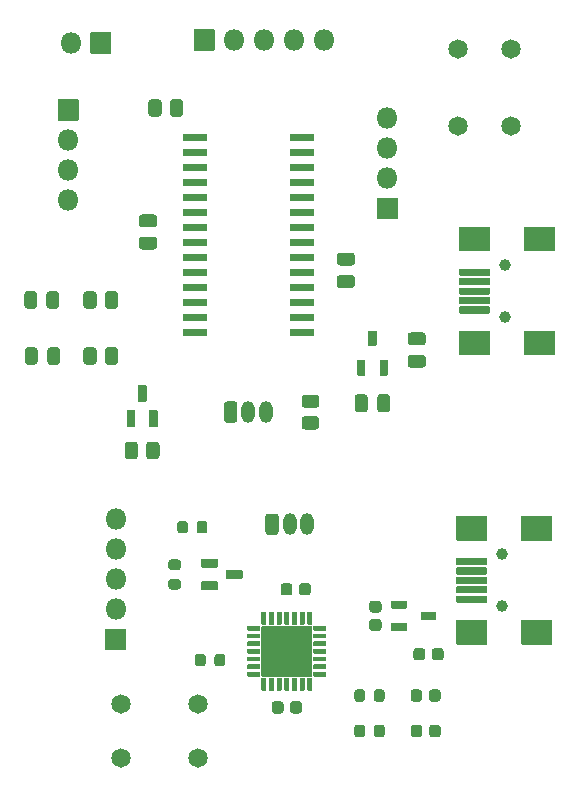
<source format=gbr>
G04 #@! TF.GenerationSoftware,KiCad,Pcbnew,(5.1.8)-1*
G04 #@! TF.CreationDate,2021-08-02T19:11:59-06:00*
G04 #@! TF.ProjectId,RCtoUSB,5243746f-5553-4422-9e6b-696361645f70,rev?*
G04 #@! TF.SameCoordinates,Original*
G04 #@! TF.FileFunction,Soldermask,Top*
G04 #@! TF.FilePolarity,Negative*
%FSLAX46Y46*%
G04 Gerber Fmt 4.6, Leading zero omitted, Abs format (unit mm)*
G04 Created by KiCad (PCBNEW (5.1.8)-1) date 2021-08-02 19:11:59*
%MOMM*%
%LPD*%
G01*
G04 APERTURE LIST*
%ADD10C,1.640000*%
%ADD11O,1.800000X1.800000*%
%ADD12O,1.130000X1.830000*%
%ADD13C,1.000000*%
G04 APERTURE END LIST*
G36*
G01*
X99125000Y-120050000D02*
X99125000Y-119450000D01*
G75*
G02*
X99350000Y-119225000I225000J0D01*
G01*
X99800000Y-119225000D01*
G75*
G02*
X100025000Y-119450000I0J-225000D01*
G01*
X100025000Y-120050000D01*
G75*
G02*
X99800000Y-120275000I-225000J0D01*
G01*
X99350000Y-120275000D01*
G75*
G02*
X99125000Y-120050000I0J225000D01*
G01*
G37*
G36*
G01*
X97475000Y-120050000D02*
X97475000Y-119450000D01*
G75*
G02*
X97700000Y-119225000I225000J0D01*
G01*
X98150000Y-119225000D01*
G75*
G02*
X98375000Y-119450000I0J-225000D01*
G01*
X98375000Y-120050000D01*
G75*
G02*
X98150000Y-120275000I-225000J0D01*
G01*
X97700000Y-120275000D01*
G75*
G02*
X97475000Y-120050000I0J225000D01*
G01*
G37*
G36*
G01*
X96875000Y-108200000D02*
X96875000Y-108800000D01*
G75*
G02*
X96650000Y-109025000I-225000J0D01*
G01*
X96200000Y-109025000D01*
G75*
G02*
X95975000Y-108800000I0J225000D01*
G01*
X95975000Y-108200000D01*
G75*
G02*
X96200000Y-107975000I225000J0D01*
G01*
X96650000Y-107975000D01*
G75*
G02*
X96875000Y-108200000I0J-225000D01*
G01*
G37*
G36*
G01*
X98525000Y-108200000D02*
X98525000Y-108800000D01*
G75*
G02*
X98300000Y-109025000I-225000J0D01*
G01*
X97850000Y-109025000D01*
G75*
G02*
X97625000Y-108800000I0J225000D01*
G01*
X97625000Y-108200000D01*
G75*
G02*
X97850000Y-107975000I225000J0D01*
G01*
X98300000Y-107975000D01*
G75*
G02*
X98525000Y-108200000I0J-225000D01*
G01*
G37*
G36*
G01*
X95450000Y-112875000D02*
X96050000Y-112875000D01*
G75*
G02*
X96275000Y-113100000I0J-225000D01*
G01*
X96275000Y-113550000D01*
G75*
G02*
X96050000Y-113775000I-225000J0D01*
G01*
X95450000Y-113775000D01*
G75*
G02*
X95225000Y-113550000I0J225000D01*
G01*
X95225000Y-113100000D01*
G75*
G02*
X95450000Y-112875000I225000J0D01*
G01*
G37*
G36*
G01*
X95450000Y-111225000D02*
X96050000Y-111225000D01*
G75*
G02*
X96275000Y-111450000I0J-225000D01*
G01*
X96275000Y-111900000D01*
G75*
G02*
X96050000Y-112125000I-225000J0D01*
G01*
X95450000Y-112125000D01*
G75*
G02*
X95225000Y-111900000I0J225000D01*
G01*
X95225000Y-111450000D01*
G75*
G02*
X95450000Y-111225000I225000J0D01*
G01*
G37*
G36*
G01*
X112625000Y-123050000D02*
X112625000Y-122450000D01*
G75*
G02*
X112850000Y-122225000I225000J0D01*
G01*
X113300000Y-122225000D01*
G75*
G02*
X113525000Y-122450000I0J-225000D01*
G01*
X113525000Y-123050000D01*
G75*
G02*
X113300000Y-123275000I-225000J0D01*
G01*
X112850000Y-123275000D01*
G75*
G02*
X112625000Y-123050000I0J225000D01*
G01*
G37*
G36*
G01*
X110975000Y-123050000D02*
X110975000Y-122450000D01*
G75*
G02*
X111200000Y-122225000I225000J0D01*
G01*
X111650000Y-122225000D01*
G75*
G02*
X111875000Y-122450000I0J-225000D01*
G01*
X111875000Y-123050000D01*
G75*
G02*
X111650000Y-123275000I-225000J0D01*
G01*
X111200000Y-123275000D01*
G75*
G02*
X110975000Y-123050000I0J225000D01*
G01*
G37*
G36*
G01*
X112625000Y-126050000D02*
X112625000Y-125450000D01*
G75*
G02*
X112850000Y-125225000I225000J0D01*
G01*
X113300000Y-125225000D01*
G75*
G02*
X113525000Y-125450000I0J-225000D01*
G01*
X113525000Y-126050000D01*
G75*
G02*
X113300000Y-126275000I-225000J0D01*
G01*
X112850000Y-126275000D01*
G75*
G02*
X112625000Y-126050000I0J225000D01*
G01*
G37*
G36*
G01*
X110975000Y-126050000D02*
X110975000Y-125450000D01*
G75*
G02*
X111200000Y-125225000I225000J0D01*
G01*
X111650000Y-125225000D01*
G75*
G02*
X111875000Y-125450000I0J-225000D01*
G01*
X111875000Y-126050000D01*
G75*
G02*
X111650000Y-126275000I-225000J0D01*
G01*
X111200000Y-126275000D01*
G75*
G02*
X110975000Y-126050000I0J225000D01*
G01*
G37*
G36*
G01*
X116700000Y-122468750D02*
X116700000Y-123031250D01*
G75*
G02*
X116456250Y-123275000I-243750J0D01*
G01*
X115968750Y-123275000D01*
G75*
G02*
X115725000Y-123031250I0J243750D01*
G01*
X115725000Y-122468750D01*
G75*
G02*
X115968750Y-122225000I243750J0D01*
G01*
X116456250Y-122225000D01*
G75*
G02*
X116700000Y-122468750I0J-243750D01*
G01*
G37*
G36*
G01*
X118275000Y-122468750D02*
X118275000Y-123031250D01*
G75*
G02*
X118031250Y-123275000I-243750J0D01*
G01*
X117543750Y-123275000D01*
G75*
G02*
X117300000Y-123031250I0J243750D01*
G01*
X117300000Y-122468750D01*
G75*
G02*
X117543750Y-122225000I243750J0D01*
G01*
X118031250Y-122225000D01*
G75*
G02*
X118275000Y-122468750I0J-243750D01*
G01*
G37*
G36*
G01*
X116700000Y-125468750D02*
X116700000Y-126031250D01*
G75*
G02*
X116456250Y-126275000I-243750J0D01*
G01*
X115968750Y-126275000D01*
G75*
G02*
X115725000Y-126031250I0J243750D01*
G01*
X115725000Y-125468750D01*
G75*
G02*
X115968750Y-125225000I243750J0D01*
G01*
X116456250Y-125225000D01*
G75*
G02*
X116700000Y-125468750I0J-243750D01*
G01*
G37*
G36*
G01*
X118275000Y-125468750D02*
X118275000Y-126031250D01*
G75*
G02*
X118031250Y-126275000I-243750J0D01*
G01*
X117543750Y-126275000D01*
G75*
G02*
X117300000Y-126031250I0J243750D01*
G01*
X117300000Y-125468750D01*
G75*
G02*
X117543750Y-125225000I243750J0D01*
G01*
X118031250Y-125225000D01*
G75*
G02*
X118275000Y-125468750I0J-243750D01*
G01*
G37*
G36*
G01*
X106275000Y-114025000D02*
X106275000Y-113475000D01*
G75*
G02*
X106525000Y-113225000I250000J0D01*
G01*
X107025000Y-113225000D01*
G75*
G02*
X107275000Y-113475000I0J-250000D01*
G01*
X107275000Y-114025000D01*
G75*
G02*
X107025000Y-114275000I-250000J0D01*
G01*
X106525000Y-114275000D01*
G75*
G02*
X106275000Y-114025000I0J250000D01*
G01*
G37*
G36*
G01*
X104725000Y-114025000D02*
X104725000Y-113475000D01*
G75*
G02*
X104975000Y-113225000I250000J0D01*
G01*
X105475000Y-113225000D01*
G75*
G02*
X105725000Y-113475000I0J-250000D01*
G01*
X105725000Y-114025000D01*
G75*
G02*
X105475000Y-114275000I-250000J0D01*
G01*
X104975000Y-114275000D01*
G75*
G02*
X104725000Y-114025000I0J250000D01*
G01*
G37*
G36*
G01*
X117525000Y-119525000D02*
X117525000Y-118975000D01*
G75*
G02*
X117775000Y-118725000I250000J0D01*
G01*
X118275000Y-118725000D01*
G75*
G02*
X118525000Y-118975000I0J-250000D01*
G01*
X118525000Y-119525000D01*
G75*
G02*
X118275000Y-119775000I-250000J0D01*
G01*
X117775000Y-119775000D01*
G75*
G02*
X117525000Y-119525000I0J250000D01*
G01*
G37*
G36*
G01*
X115975000Y-119525000D02*
X115975000Y-118975000D01*
G75*
G02*
X116225000Y-118725000I250000J0D01*
G01*
X116725000Y-118725000D01*
G75*
G02*
X116975000Y-118975000I0J-250000D01*
G01*
X116975000Y-119525000D01*
G75*
G02*
X116725000Y-119775000I-250000J0D01*
G01*
X116225000Y-119775000D01*
G75*
G02*
X115975000Y-119525000I0J250000D01*
G01*
G37*
G36*
G01*
X105525000Y-124025000D02*
X105525000Y-123475000D01*
G75*
G02*
X105775000Y-123225000I250000J0D01*
G01*
X106275000Y-123225000D01*
G75*
G02*
X106525000Y-123475000I0J-250000D01*
G01*
X106525000Y-124025000D01*
G75*
G02*
X106275000Y-124275000I-250000J0D01*
G01*
X105775000Y-124275000D01*
G75*
G02*
X105525000Y-124025000I0J250000D01*
G01*
G37*
G36*
G01*
X103975000Y-124025000D02*
X103975000Y-123475000D01*
G75*
G02*
X104225000Y-123225000I250000J0D01*
G01*
X104725000Y-123225000D01*
G75*
G02*
X104975000Y-123475000I0J-250000D01*
G01*
X104975000Y-124025000D01*
G75*
G02*
X104725000Y-124275000I-250000J0D01*
G01*
X104225000Y-124275000D01*
G75*
G02*
X103975000Y-124025000I0J250000D01*
G01*
G37*
G36*
G01*
X113025000Y-115725000D02*
X112475000Y-115725000D01*
G75*
G02*
X112225000Y-115475000I0J250000D01*
G01*
X112225000Y-114975000D01*
G75*
G02*
X112475000Y-114725000I250000J0D01*
G01*
X113025000Y-114725000D01*
G75*
G02*
X113275000Y-114975000I0J-250000D01*
G01*
X113275000Y-115475000D01*
G75*
G02*
X113025000Y-115725000I-250000J0D01*
G01*
G37*
G36*
G01*
X113025000Y-117275000D02*
X112475000Y-117275000D01*
G75*
G02*
X112225000Y-117025000I0J250000D01*
G01*
X112225000Y-116525000D01*
G75*
G02*
X112475000Y-116275000I250000J0D01*
G01*
X113025000Y-116275000D01*
G75*
G02*
X113275000Y-116525000I0J-250000D01*
G01*
X113275000Y-117025000D01*
G75*
G02*
X113025000Y-117275000I-250000J0D01*
G01*
G37*
G36*
G01*
X107345500Y-121145500D02*
X103154500Y-121145500D01*
G75*
G02*
X103104500Y-121095500I0J50000D01*
G01*
X103104500Y-116904500D01*
G75*
G02*
X103154500Y-116854500I50000J0D01*
G01*
X107345500Y-116854500D01*
G75*
G02*
X107395500Y-116904500I0J-50000D01*
G01*
X107395500Y-121095500D01*
G75*
G02*
X107345500Y-121145500I-50000J0D01*
G01*
G37*
G36*
G01*
X102964000Y-121152399D02*
X101948000Y-121152399D01*
G75*
G02*
X101898000Y-121102399I0J50000D01*
G01*
X101898000Y-120797599D01*
G75*
G02*
X101948000Y-120747599I50000J0D01*
G01*
X102964000Y-120747599D01*
G75*
G02*
X103014000Y-120797599I0J-50000D01*
G01*
X103014000Y-121102399D01*
G75*
G02*
X102964000Y-121152399I-50000J0D01*
G01*
G37*
G36*
G01*
X102964000Y-120502400D02*
X101948000Y-120502400D01*
G75*
G02*
X101898000Y-120452400I0J50000D01*
G01*
X101898000Y-120147600D01*
G75*
G02*
X101948000Y-120097600I50000J0D01*
G01*
X102964000Y-120097600D01*
G75*
G02*
X103014000Y-120147600I0J-50000D01*
G01*
X103014000Y-120452400D01*
G75*
G02*
X102964000Y-120502400I-50000J0D01*
G01*
G37*
G36*
G01*
X102964000Y-119852399D02*
X101948000Y-119852399D01*
G75*
G02*
X101898000Y-119802399I0J50000D01*
G01*
X101898000Y-119497599D01*
G75*
G02*
X101948000Y-119447599I50000J0D01*
G01*
X102964000Y-119447599D01*
G75*
G02*
X103014000Y-119497599I0J-50000D01*
G01*
X103014000Y-119802399D01*
G75*
G02*
X102964000Y-119852399I-50000J0D01*
G01*
G37*
G36*
G01*
X102964000Y-119202400D02*
X101948000Y-119202400D01*
G75*
G02*
X101898000Y-119152400I0J50000D01*
G01*
X101898000Y-118847600D01*
G75*
G02*
X101948000Y-118797600I50000J0D01*
G01*
X102964000Y-118797600D01*
G75*
G02*
X103014000Y-118847600I0J-50000D01*
G01*
X103014000Y-119152400D01*
G75*
G02*
X102964000Y-119202400I-50000J0D01*
G01*
G37*
G36*
G01*
X102964000Y-118552399D02*
X101948000Y-118552399D01*
G75*
G02*
X101898000Y-118502399I0J50000D01*
G01*
X101898000Y-118197599D01*
G75*
G02*
X101948000Y-118147599I50000J0D01*
G01*
X102964000Y-118147599D01*
G75*
G02*
X103014000Y-118197599I0J-50000D01*
G01*
X103014000Y-118502399D01*
G75*
G02*
X102964000Y-118552399I-50000J0D01*
G01*
G37*
G36*
G01*
X102964000Y-117902400D02*
X101948000Y-117902400D01*
G75*
G02*
X101898000Y-117852400I0J50000D01*
G01*
X101898000Y-117547600D01*
G75*
G02*
X101948000Y-117497600I50000J0D01*
G01*
X102964000Y-117497600D01*
G75*
G02*
X103014000Y-117547600I0J-50000D01*
G01*
X103014000Y-117852400D01*
G75*
G02*
X102964000Y-117902400I-50000J0D01*
G01*
G37*
G36*
G01*
X102964000Y-117252399D02*
X101948000Y-117252399D01*
G75*
G02*
X101898000Y-117202399I0J50000D01*
G01*
X101898000Y-116897599D01*
G75*
G02*
X101948000Y-116847599I50000J0D01*
G01*
X102964000Y-116847599D01*
G75*
G02*
X103014000Y-116897599I0J-50000D01*
G01*
X103014000Y-117202399D01*
G75*
G02*
X102964000Y-117252399I-50000J0D01*
G01*
G37*
G36*
G01*
X103502401Y-115698000D02*
X103502401Y-116714000D01*
G75*
G02*
X103452401Y-116764000I-50000J0D01*
G01*
X103147601Y-116764000D01*
G75*
G02*
X103097601Y-116714000I0J50000D01*
G01*
X103097601Y-115698000D01*
G75*
G02*
X103147601Y-115648000I50000J0D01*
G01*
X103452401Y-115648000D01*
G75*
G02*
X103502401Y-115698000I0J-50000D01*
G01*
G37*
G36*
G01*
X104152400Y-115698000D02*
X104152400Y-116714000D01*
G75*
G02*
X104102400Y-116764000I-50000J0D01*
G01*
X103797600Y-116764000D01*
G75*
G02*
X103747600Y-116714000I0J50000D01*
G01*
X103747600Y-115698000D01*
G75*
G02*
X103797600Y-115648000I50000J0D01*
G01*
X104102400Y-115648000D01*
G75*
G02*
X104152400Y-115698000I0J-50000D01*
G01*
G37*
G36*
G01*
X104802401Y-115698000D02*
X104802401Y-116714000D01*
G75*
G02*
X104752401Y-116764000I-50000J0D01*
G01*
X104447601Y-116764000D01*
G75*
G02*
X104397601Y-116714000I0J50000D01*
G01*
X104397601Y-115698000D01*
G75*
G02*
X104447601Y-115648000I50000J0D01*
G01*
X104752401Y-115648000D01*
G75*
G02*
X104802401Y-115698000I0J-50000D01*
G01*
G37*
G36*
G01*
X105452400Y-115698000D02*
X105452400Y-116714000D01*
G75*
G02*
X105402400Y-116764000I-50000J0D01*
G01*
X105097600Y-116764000D01*
G75*
G02*
X105047600Y-116714000I0J50000D01*
G01*
X105047600Y-115698000D01*
G75*
G02*
X105097600Y-115648000I50000J0D01*
G01*
X105402400Y-115648000D01*
G75*
G02*
X105452400Y-115698000I0J-50000D01*
G01*
G37*
G36*
G01*
X106102401Y-115698000D02*
X106102401Y-116714000D01*
G75*
G02*
X106052401Y-116764000I-50000J0D01*
G01*
X105747601Y-116764000D01*
G75*
G02*
X105697601Y-116714000I0J50000D01*
G01*
X105697601Y-115698000D01*
G75*
G02*
X105747601Y-115648000I50000J0D01*
G01*
X106052401Y-115648000D01*
G75*
G02*
X106102401Y-115698000I0J-50000D01*
G01*
G37*
G36*
G01*
X106752400Y-115698000D02*
X106752400Y-116714000D01*
G75*
G02*
X106702400Y-116764000I-50000J0D01*
G01*
X106397600Y-116764000D01*
G75*
G02*
X106347600Y-116714000I0J50000D01*
G01*
X106347600Y-115698000D01*
G75*
G02*
X106397600Y-115648000I50000J0D01*
G01*
X106702400Y-115648000D01*
G75*
G02*
X106752400Y-115698000I0J-50000D01*
G01*
G37*
G36*
G01*
X107402401Y-115698000D02*
X107402401Y-116714000D01*
G75*
G02*
X107352401Y-116764000I-50000J0D01*
G01*
X107047601Y-116764000D01*
G75*
G02*
X106997601Y-116714000I0J50000D01*
G01*
X106997601Y-115698000D01*
G75*
G02*
X107047601Y-115648000I50000J0D01*
G01*
X107352401Y-115648000D01*
G75*
G02*
X107402401Y-115698000I0J-50000D01*
G01*
G37*
G36*
G01*
X108552000Y-117252401D02*
X107536000Y-117252401D01*
G75*
G02*
X107486000Y-117202401I0J50000D01*
G01*
X107486000Y-116897601D01*
G75*
G02*
X107536000Y-116847601I50000J0D01*
G01*
X108552000Y-116847601D01*
G75*
G02*
X108602000Y-116897601I0J-50000D01*
G01*
X108602000Y-117202401D01*
G75*
G02*
X108552000Y-117252401I-50000J0D01*
G01*
G37*
G36*
G01*
X108552000Y-117902400D02*
X107536000Y-117902400D01*
G75*
G02*
X107486000Y-117852400I0J50000D01*
G01*
X107486000Y-117547600D01*
G75*
G02*
X107536000Y-117497600I50000J0D01*
G01*
X108552000Y-117497600D01*
G75*
G02*
X108602000Y-117547600I0J-50000D01*
G01*
X108602000Y-117852400D01*
G75*
G02*
X108552000Y-117902400I-50000J0D01*
G01*
G37*
G36*
G01*
X108552000Y-118552401D02*
X107536000Y-118552401D01*
G75*
G02*
X107486000Y-118502401I0J50000D01*
G01*
X107486000Y-118197601D01*
G75*
G02*
X107536000Y-118147601I50000J0D01*
G01*
X108552000Y-118147601D01*
G75*
G02*
X108602000Y-118197601I0J-50000D01*
G01*
X108602000Y-118502401D01*
G75*
G02*
X108552000Y-118552401I-50000J0D01*
G01*
G37*
G36*
G01*
X108552000Y-119202400D02*
X107536000Y-119202400D01*
G75*
G02*
X107486000Y-119152400I0J50000D01*
G01*
X107486000Y-118847600D01*
G75*
G02*
X107536000Y-118797600I50000J0D01*
G01*
X108552000Y-118797600D01*
G75*
G02*
X108602000Y-118847600I0J-50000D01*
G01*
X108602000Y-119152400D01*
G75*
G02*
X108552000Y-119202400I-50000J0D01*
G01*
G37*
G36*
G01*
X108552000Y-119852401D02*
X107536000Y-119852401D01*
G75*
G02*
X107486000Y-119802401I0J50000D01*
G01*
X107486000Y-119497601D01*
G75*
G02*
X107536000Y-119447601I50000J0D01*
G01*
X108552000Y-119447601D01*
G75*
G02*
X108602000Y-119497601I0J-50000D01*
G01*
X108602000Y-119802401D01*
G75*
G02*
X108552000Y-119852401I-50000J0D01*
G01*
G37*
G36*
G01*
X108552000Y-120502400D02*
X107536000Y-120502400D01*
G75*
G02*
X107486000Y-120452400I0J50000D01*
G01*
X107486000Y-120147600D01*
G75*
G02*
X107536000Y-120097600I50000J0D01*
G01*
X108552000Y-120097600D01*
G75*
G02*
X108602000Y-120147600I0J-50000D01*
G01*
X108602000Y-120452400D01*
G75*
G02*
X108552000Y-120502400I-50000J0D01*
G01*
G37*
G36*
G01*
X108552000Y-121152401D02*
X107536000Y-121152401D01*
G75*
G02*
X107486000Y-121102401I0J50000D01*
G01*
X107486000Y-120797601D01*
G75*
G02*
X107536000Y-120747601I50000J0D01*
G01*
X108552000Y-120747601D01*
G75*
G02*
X108602000Y-120797601I0J-50000D01*
G01*
X108602000Y-121102401D01*
G75*
G02*
X108552000Y-121152401I-50000J0D01*
G01*
G37*
G36*
G01*
X107402399Y-121286000D02*
X107402399Y-122302000D01*
G75*
G02*
X107352399Y-122352000I-50000J0D01*
G01*
X107047599Y-122352000D01*
G75*
G02*
X106997599Y-122302000I0J50000D01*
G01*
X106997599Y-121286000D01*
G75*
G02*
X107047599Y-121236000I50000J0D01*
G01*
X107352399Y-121236000D01*
G75*
G02*
X107402399Y-121286000I0J-50000D01*
G01*
G37*
G36*
G01*
X106752400Y-121286000D02*
X106752400Y-122302000D01*
G75*
G02*
X106702400Y-122352000I-50000J0D01*
G01*
X106397600Y-122352000D01*
G75*
G02*
X106347600Y-122302000I0J50000D01*
G01*
X106347600Y-121286000D01*
G75*
G02*
X106397600Y-121236000I50000J0D01*
G01*
X106702400Y-121236000D01*
G75*
G02*
X106752400Y-121286000I0J-50000D01*
G01*
G37*
G36*
G01*
X106102399Y-121286000D02*
X106102399Y-122302000D01*
G75*
G02*
X106052399Y-122352000I-50000J0D01*
G01*
X105747599Y-122352000D01*
G75*
G02*
X105697599Y-122302000I0J50000D01*
G01*
X105697599Y-121286000D01*
G75*
G02*
X105747599Y-121236000I50000J0D01*
G01*
X106052399Y-121236000D01*
G75*
G02*
X106102399Y-121286000I0J-50000D01*
G01*
G37*
G36*
G01*
X105452400Y-121286000D02*
X105452400Y-122302000D01*
G75*
G02*
X105402400Y-122352000I-50000J0D01*
G01*
X105097600Y-122352000D01*
G75*
G02*
X105047600Y-122302000I0J50000D01*
G01*
X105047600Y-121286000D01*
G75*
G02*
X105097600Y-121236000I50000J0D01*
G01*
X105402400Y-121236000D01*
G75*
G02*
X105452400Y-121286000I0J-50000D01*
G01*
G37*
G36*
G01*
X104802401Y-121286000D02*
X104802401Y-122302000D01*
G75*
G02*
X104752401Y-122352000I-50000J0D01*
G01*
X104447601Y-122352000D01*
G75*
G02*
X104397601Y-122302000I0J50000D01*
G01*
X104397601Y-121286000D01*
G75*
G02*
X104447601Y-121236000I50000J0D01*
G01*
X104752401Y-121236000D01*
G75*
G02*
X104802401Y-121286000I0J-50000D01*
G01*
G37*
G36*
G01*
X104152400Y-121286000D02*
X104152400Y-122302000D01*
G75*
G02*
X104102400Y-122352000I-50000J0D01*
G01*
X103797600Y-122352000D01*
G75*
G02*
X103747600Y-122302000I0J50000D01*
G01*
X103747600Y-121286000D01*
G75*
G02*
X103797600Y-121236000I50000J0D01*
G01*
X104102400Y-121236000D01*
G75*
G02*
X104152400Y-121286000I0J-50000D01*
G01*
G37*
G36*
G01*
X103502399Y-121286000D02*
X103502399Y-122302000D01*
G75*
G02*
X103452399Y-122352000I-50000J0D01*
G01*
X103147599Y-122352000D01*
G75*
G02*
X103097599Y-122302000I0J50000D01*
G01*
X103097599Y-121286000D01*
G75*
G02*
X103147599Y-121236000I50000J0D01*
G01*
X103452399Y-121236000D01*
G75*
G02*
X103502399Y-121286000I0J-50000D01*
G01*
G37*
G36*
G01*
X117850000Y-116350000D02*
X116650000Y-116350000D01*
G75*
G02*
X116600000Y-116300000I0J50000D01*
G01*
X116600000Y-115700000D01*
G75*
G02*
X116650000Y-115650000I50000J0D01*
G01*
X117850000Y-115650000D01*
G75*
G02*
X117900000Y-115700000I0J-50000D01*
G01*
X117900000Y-116300000D01*
G75*
G02*
X117850000Y-116350000I-50000J0D01*
G01*
G37*
G36*
G01*
X115350000Y-117300000D02*
X114150000Y-117300000D01*
G75*
G02*
X114100000Y-117250000I0J50000D01*
G01*
X114100000Y-116650000D01*
G75*
G02*
X114150000Y-116600000I50000J0D01*
G01*
X115350000Y-116600000D01*
G75*
G02*
X115400000Y-116650000I0J-50000D01*
G01*
X115400000Y-117250000D01*
G75*
G02*
X115350000Y-117300000I-50000J0D01*
G01*
G37*
G36*
G01*
X115350000Y-115400000D02*
X114150000Y-115400000D01*
G75*
G02*
X114100000Y-115350000I0J50000D01*
G01*
X114100000Y-114750000D01*
G75*
G02*
X114150000Y-114700000I50000J0D01*
G01*
X115350000Y-114700000D01*
G75*
G02*
X115400000Y-114750000I0J-50000D01*
G01*
X115400000Y-115350000D01*
G75*
G02*
X115350000Y-115400000I-50000J0D01*
G01*
G37*
G36*
G01*
X105480600Y-75774401D02*
X105480600Y-75215599D01*
G75*
G02*
X105530599Y-75165600I49999J0D01*
G01*
X107511801Y-75165600D01*
G75*
G02*
X107561800Y-75215599I0J-49999D01*
G01*
X107561800Y-75774401D01*
G75*
G02*
X107511801Y-75824400I-49999J0D01*
G01*
X105530599Y-75824400D01*
G75*
G02*
X105480600Y-75774401I0J49999D01*
G01*
G37*
G36*
G01*
X105480600Y-77044401D02*
X105480600Y-76485599D01*
G75*
G02*
X105530599Y-76435600I49999J0D01*
G01*
X107511801Y-76435600D01*
G75*
G02*
X107561800Y-76485599I0J-49999D01*
G01*
X107561800Y-77044401D01*
G75*
G02*
X107511801Y-77094400I-49999J0D01*
G01*
X105530599Y-77094400D01*
G75*
G02*
X105480600Y-77044401I0J49999D01*
G01*
G37*
G36*
G01*
X105480600Y-78314401D02*
X105480600Y-77755599D01*
G75*
G02*
X105530599Y-77705600I49999J0D01*
G01*
X107511801Y-77705600D01*
G75*
G02*
X107561800Y-77755599I0J-49999D01*
G01*
X107561800Y-78314401D01*
G75*
G02*
X107511801Y-78364400I-49999J0D01*
G01*
X105530599Y-78364400D01*
G75*
G02*
X105480600Y-78314401I0J49999D01*
G01*
G37*
G36*
G01*
X105480600Y-79584401D02*
X105480600Y-79025599D01*
G75*
G02*
X105530599Y-78975600I49999J0D01*
G01*
X107511801Y-78975600D01*
G75*
G02*
X107561800Y-79025599I0J-49999D01*
G01*
X107561800Y-79584401D01*
G75*
G02*
X107511801Y-79634400I-49999J0D01*
G01*
X105530599Y-79634400D01*
G75*
G02*
X105480600Y-79584401I0J49999D01*
G01*
G37*
G36*
G01*
X105480600Y-80854401D02*
X105480600Y-80295599D01*
G75*
G02*
X105530599Y-80245600I49999J0D01*
G01*
X107511801Y-80245600D01*
G75*
G02*
X107561800Y-80295599I0J-49999D01*
G01*
X107561800Y-80854401D01*
G75*
G02*
X107511801Y-80904400I-49999J0D01*
G01*
X105530599Y-80904400D01*
G75*
G02*
X105480600Y-80854401I0J49999D01*
G01*
G37*
G36*
G01*
X105480600Y-82124401D02*
X105480600Y-81565599D01*
G75*
G02*
X105530599Y-81515600I49999J0D01*
G01*
X107511801Y-81515600D01*
G75*
G02*
X107561800Y-81565599I0J-49999D01*
G01*
X107561800Y-82124401D01*
G75*
G02*
X107511801Y-82174400I-49999J0D01*
G01*
X105530599Y-82174400D01*
G75*
G02*
X105480600Y-82124401I0J49999D01*
G01*
G37*
G36*
G01*
X105480600Y-83394401D02*
X105480600Y-82835599D01*
G75*
G02*
X105530599Y-82785600I49999J0D01*
G01*
X107511801Y-82785600D01*
G75*
G02*
X107561800Y-82835599I0J-49999D01*
G01*
X107561800Y-83394401D01*
G75*
G02*
X107511801Y-83444400I-49999J0D01*
G01*
X105530599Y-83444400D01*
G75*
G02*
X105480600Y-83394401I0J49999D01*
G01*
G37*
G36*
G01*
X105480600Y-84664401D02*
X105480600Y-84105599D01*
G75*
G02*
X105530599Y-84055600I49999J0D01*
G01*
X107511801Y-84055600D01*
G75*
G02*
X107561800Y-84105599I0J-49999D01*
G01*
X107561800Y-84664401D01*
G75*
G02*
X107511801Y-84714400I-49999J0D01*
G01*
X105530599Y-84714400D01*
G75*
G02*
X105480600Y-84664401I0J49999D01*
G01*
G37*
G36*
G01*
X105480600Y-85934401D02*
X105480600Y-85375599D01*
G75*
G02*
X105530599Y-85325600I49999J0D01*
G01*
X107511801Y-85325600D01*
G75*
G02*
X107561800Y-85375599I0J-49999D01*
G01*
X107561800Y-85934401D01*
G75*
G02*
X107511801Y-85984400I-49999J0D01*
G01*
X105530599Y-85984400D01*
G75*
G02*
X105480600Y-85934401I0J49999D01*
G01*
G37*
G36*
G01*
X105480600Y-87204401D02*
X105480600Y-86645599D01*
G75*
G02*
X105530599Y-86595600I49999J0D01*
G01*
X107511801Y-86595600D01*
G75*
G02*
X107561800Y-86645599I0J-49999D01*
G01*
X107561800Y-87204401D01*
G75*
G02*
X107511801Y-87254400I-49999J0D01*
G01*
X105530599Y-87254400D01*
G75*
G02*
X105480600Y-87204401I0J49999D01*
G01*
G37*
G36*
G01*
X105480600Y-88474401D02*
X105480600Y-87915599D01*
G75*
G02*
X105530599Y-87865600I49999J0D01*
G01*
X107511801Y-87865600D01*
G75*
G02*
X107561800Y-87915599I0J-49999D01*
G01*
X107561800Y-88474401D01*
G75*
G02*
X107511801Y-88524400I-49999J0D01*
G01*
X105530599Y-88524400D01*
G75*
G02*
X105480600Y-88474401I0J49999D01*
G01*
G37*
G36*
G01*
X105480600Y-89744401D02*
X105480600Y-89185599D01*
G75*
G02*
X105530599Y-89135600I49999J0D01*
G01*
X107511801Y-89135600D01*
G75*
G02*
X107561800Y-89185599I0J-49999D01*
G01*
X107561800Y-89744401D01*
G75*
G02*
X107511801Y-89794400I-49999J0D01*
G01*
X105530599Y-89794400D01*
G75*
G02*
X105480600Y-89744401I0J49999D01*
G01*
G37*
G36*
G01*
X105480600Y-91014401D02*
X105480600Y-90455599D01*
G75*
G02*
X105530599Y-90405600I49999J0D01*
G01*
X107511801Y-90405600D01*
G75*
G02*
X107561800Y-90455599I0J-49999D01*
G01*
X107561800Y-91014401D01*
G75*
G02*
X107511801Y-91064400I-49999J0D01*
G01*
X105530599Y-91064400D01*
G75*
G02*
X105480600Y-91014401I0J49999D01*
G01*
G37*
G36*
G01*
X105480600Y-92284401D02*
X105480600Y-91725599D01*
G75*
G02*
X105530599Y-91675600I49999J0D01*
G01*
X107511801Y-91675600D01*
G75*
G02*
X107561800Y-91725599I0J-49999D01*
G01*
X107561800Y-92284401D01*
G75*
G02*
X107511801Y-92334400I-49999J0D01*
G01*
X105530599Y-92334400D01*
G75*
G02*
X105480600Y-92284401I0J49999D01*
G01*
G37*
G36*
G01*
X96438200Y-92284401D02*
X96438200Y-91725599D01*
G75*
G02*
X96488199Y-91675600I49999J0D01*
G01*
X98469401Y-91675600D01*
G75*
G02*
X98519400Y-91725599I0J-49999D01*
G01*
X98519400Y-92284401D01*
G75*
G02*
X98469401Y-92334400I-49999J0D01*
G01*
X96488199Y-92334400D01*
G75*
G02*
X96438200Y-92284401I0J49999D01*
G01*
G37*
G36*
G01*
X96438200Y-91014401D02*
X96438200Y-90455599D01*
G75*
G02*
X96488199Y-90405600I49999J0D01*
G01*
X98469401Y-90405600D01*
G75*
G02*
X98519400Y-90455599I0J-49999D01*
G01*
X98519400Y-91014401D01*
G75*
G02*
X98469401Y-91064400I-49999J0D01*
G01*
X96488199Y-91064400D01*
G75*
G02*
X96438200Y-91014401I0J49999D01*
G01*
G37*
G36*
G01*
X96438200Y-89744401D02*
X96438200Y-89185599D01*
G75*
G02*
X96488199Y-89135600I49999J0D01*
G01*
X98469401Y-89135600D01*
G75*
G02*
X98519400Y-89185599I0J-49999D01*
G01*
X98519400Y-89744401D01*
G75*
G02*
X98469401Y-89794400I-49999J0D01*
G01*
X96488199Y-89794400D01*
G75*
G02*
X96438200Y-89744401I0J49999D01*
G01*
G37*
G36*
G01*
X96438200Y-88474401D02*
X96438200Y-87915599D01*
G75*
G02*
X96488199Y-87865600I49999J0D01*
G01*
X98469401Y-87865600D01*
G75*
G02*
X98519400Y-87915599I0J-49999D01*
G01*
X98519400Y-88474401D01*
G75*
G02*
X98469401Y-88524400I-49999J0D01*
G01*
X96488199Y-88524400D01*
G75*
G02*
X96438200Y-88474401I0J49999D01*
G01*
G37*
G36*
G01*
X96438200Y-87204401D02*
X96438200Y-86645599D01*
G75*
G02*
X96488199Y-86595600I49999J0D01*
G01*
X98469401Y-86595600D01*
G75*
G02*
X98519400Y-86645599I0J-49999D01*
G01*
X98519400Y-87204401D01*
G75*
G02*
X98469401Y-87254400I-49999J0D01*
G01*
X96488199Y-87254400D01*
G75*
G02*
X96438200Y-87204401I0J49999D01*
G01*
G37*
G36*
G01*
X96438200Y-85934401D02*
X96438200Y-85375599D01*
G75*
G02*
X96488199Y-85325600I49999J0D01*
G01*
X98469401Y-85325600D01*
G75*
G02*
X98519400Y-85375599I0J-49999D01*
G01*
X98519400Y-85934401D01*
G75*
G02*
X98469401Y-85984400I-49999J0D01*
G01*
X96488199Y-85984400D01*
G75*
G02*
X96438200Y-85934401I0J49999D01*
G01*
G37*
G36*
G01*
X96438200Y-84664401D02*
X96438200Y-84105599D01*
G75*
G02*
X96488199Y-84055600I49999J0D01*
G01*
X98469401Y-84055600D01*
G75*
G02*
X98519400Y-84105599I0J-49999D01*
G01*
X98519400Y-84664401D01*
G75*
G02*
X98469401Y-84714400I-49999J0D01*
G01*
X96488199Y-84714400D01*
G75*
G02*
X96438200Y-84664401I0J49999D01*
G01*
G37*
G36*
G01*
X96438200Y-83394401D02*
X96438200Y-82835599D01*
G75*
G02*
X96488199Y-82785600I49999J0D01*
G01*
X98469401Y-82785600D01*
G75*
G02*
X98519400Y-82835599I0J-49999D01*
G01*
X98519400Y-83394401D01*
G75*
G02*
X98469401Y-83444400I-49999J0D01*
G01*
X96488199Y-83444400D01*
G75*
G02*
X96438200Y-83394401I0J49999D01*
G01*
G37*
G36*
G01*
X96438200Y-82124401D02*
X96438200Y-81565599D01*
G75*
G02*
X96488199Y-81515600I49999J0D01*
G01*
X98469401Y-81515600D01*
G75*
G02*
X98519400Y-81565599I0J-49999D01*
G01*
X98519400Y-82124401D01*
G75*
G02*
X98469401Y-82174400I-49999J0D01*
G01*
X96488199Y-82174400D01*
G75*
G02*
X96438200Y-82124401I0J49999D01*
G01*
G37*
G36*
G01*
X96438200Y-80854401D02*
X96438200Y-80295599D01*
G75*
G02*
X96488199Y-80245600I49999J0D01*
G01*
X98469401Y-80245600D01*
G75*
G02*
X98519400Y-80295599I0J-49999D01*
G01*
X98519400Y-80854401D01*
G75*
G02*
X98469401Y-80904400I-49999J0D01*
G01*
X96488199Y-80904400D01*
G75*
G02*
X96438200Y-80854401I0J49999D01*
G01*
G37*
G36*
G01*
X96438200Y-79584401D02*
X96438200Y-79025599D01*
G75*
G02*
X96488199Y-78975600I49999J0D01*
G01*
X98469401Y-78975600D01*
G75*
G02*
X98519400Y-79025599I0J-49999D01*
G01*
X98519400Y-79584401D01*
G75*
G02*
X98469401Y-79634400I-49999J0D01*
G01*
X96488199Y-79634400D01*
G75*
G02*
X96438200Y-79584401I0J49999D01*
G01*
G37*
G36*
G01*
X96438200Y-78314401D02*
X96438200Y-77755599D01*
G75*
G02*
X96488199Y-77705600I49999J0D01*
G01*
X98469401Y-77705600D01*
G75*
G02*
X98519400Y-77755599I0J-49999D01*
G01*
X98519400Y-78314401D01*
G75*
G02*
X98469401Y-78364400I-49999J0D01*
G01*
X96488199Y-78364400D01*
G75*
G02*
X96438200Y-78314401I0J49999D01*
G01*
G37*
G36*
G01*
X96438200Y-77044401D02*
X96438200Y-76485599D01*
G75*
G02*
X96488199Y-76435600I49999J0D01*
G01*
X98469401Y-76435600D01*
G75*
G02*
X98519400Y-76485599I0J-49999D01*
G01*
X98519400Y-77044401D01*
G75*
G02*
X98469401Y-77094400I-49999J0D01*
G01*
X96488199Y-77094400D01*
G75*
G02*
X96438200Y-77044401I0J49999D01*
G01*
G37*
G36*
G01*
X96438200Y-75774401D02*
X96438200Y-75215599D01*
G75*
G02*
X96488199Y-75165600I49999J0D01*
G01*
X98469401Y-75165600D01*
G75*
G02*
X98519400Y-75215599I0J-49999D01*
G01*
X98519400Y-75774401D01*
G75*
G02*
X98469401Y-75824400I-49999J0D01*
G01*
X96488199Y-75824400D01*
G75*
G02*
X96438200Y-75774401I0J49999D01*
G01*
G37*
G36*
G01*
X112850000Y-91900000D02*
X112850000Y-93100000D01*
G75*
G02*
X112800000Y-93150000I-50000J0D01*
G01*
X112200000Y-93150000D01*
G75*
G02*
X112150000Y-93100000I0J50000D01*
G01*
X112150000Y-91900000D01*
G75*
G02*
X112200000Y-91850000I50000J0D01*
G01*
X112800000Y-91850000D01*
G75*
G02*
X112850000Y-91900000I0J-50000D01*
G01*
G37*
G36*
G01*
X113800000Y-94400000D02*
X113800000Y-95600000D01*
G75*
G02*
X113750000Y-95650000I-50000J0D01*
G01*
X113150000Y-95650000D01*
G75*
G02*
X113100000Y-95600000I0J50000D01*
G01*
X113100000Y-94400000D01*
G75*
G02*
X113150000Y-94350000I50000J0D01*
G01*
X113750000Y-94350000D01*
G75*
G02*
X113800000Y-94400000I0J-50000D01*
G01*
G37*
G36*
G01*
X111900000Y-94400000D02*
X111900000Y-95600000D01*
G75*
G02*
X111850000Y-95650000I-50000J0D01*
G01*
X111250000Y-95650000D01*
G75*
G02*
X111200000Y-95600000I0J50000D01*
G01*
X111200000Y-94400000D01*
G75*
G02*
X111250000Y-94350000I50000J0D01*
G01*
X111850000Y-94350000D01*
G75*
G02*
X111900000Y-94400000I0J-50000D01*
G01*
G37*
D10*
X91250000Y-123500000D03*
X97750000Y-123500000D03*
X91250000Y-128000000D03*
X97750000Y-128000000D03*
X119750000Y-74500000D03*
X119750000Y-68000000D03*
X124250000Y-74500000D03*
X124250000Y-68000000D03*
G36*
G01*
X107725612Y-98400000D02*
X106774388Y-98400000D01*
G75*
G02*
X106500000Y-98125612I0J274388D01*
G01*
X106500000Y-97549388D01*
G75*
G02*
X106774388Y-97275000I274388J0D01*
G01*
X107725612Y-97275000D01*
G75*
G02*
X108000000Y-97549388I0J-274388D01*
G01*
X108000000Y-98125612D01*
G75*
G02*
X107725612Y-98400000I-274388J0D01*
G01*
G37*
G36*
G01*
X107725612Y-100225000D02*
X106774388Y-100225000D01*
G75*
G02*
X106500000Y-99950612I0J274388D01*
G01*
X106500000Y-99374388D01*
G75*
G02*
X106774388Y-99100000I274388J0D01*
G01*
X107725612Y-99100000D01*
G75*
G02*
X108000000Y-99374388I0J-274388D01*
G01*
X108000000Y-99950612D01*
G75*
G02*
X107725612Y-100225000I-274388J0D01*
G01*
G37*
G36*
G01*
X93350000Y-102475612D02*
X93350000Y-101524388D01*
G75*
G02*
X93624388Y-101250000I274388J0D01*
G01*
X94200612Y-101250000D01*
G75*
G02*
X94475000Y-101524388I0J-274388D01*
G01*
X94475000Y-102475612D01*
G75*
G02*
X94200612Y-102750000I-274388J0D01*
G01*
X93624388Y-102750000D01*
G75*
G02*
X93350000Y-102475612I0J274388D01*
G01*
G37*
G36*
G01*
X91525000Y-102475612D02*
X91525000Y-101524388D01*
G75*
G02*
X91799388Y-101250000I274388J0D01*
G01*
X92375612Y-101250000D01*
G75*
G02*
X92650000Y-101524388I0J-274388D01*
G01*
X92650000Y-102475612D01*
G75*
G02*
X92375612Y-102750000I-274388J0D01*
G01*
X91799388Y-102750000D01*
G75*
G02*
X91525000Y-102475612I0J274388D01*
G01*
G37*
G36*
G01*
X94650000Y-72524388D02*
X94650000Y-73475612D01*
G75*
G02*
X94375612Y-73750000I-274388J0D01*
G01*
X93799388Y-73750000D01*
G75*
G02*
X93525000Y-73475612I0J274388D01*
G01*
X93525000Y-72524388D01*
G75*
G02*
X93799388Y-72250000I274388J0D01*
G01*
X94375612Y-72250000D01*
G75*
G02*
X94650000Y-72524388I0J-274388D01*
G01*
G37*
G36*
G01*
X96475000Y-72524388D02*
X96475000Y-73475612D01*
G75*
G02*
X96200612Y-73750000I-274388J0D01*
G01*
X95624388Y-73750000D01*
G75*
G02*
X95350000Y-73475612I0J274388D01*
G01*
X95350000Y-72524388D01*
G75*
G02*
X95624388Y-72250000I274388J0D01*
G01*
X96200612Y-72250000D01*
G75*
G02*
X96475000Y-72524388I0J-274388D01*
G01*
G37*
G36*
G01*
X89150000Y-93524388D02*
X89150000Y-94475612D01*
G75*
G02*
X88875612Y-94750000I-274388J0D01*
G01*
X88299388Y-94750000D01*
G75*
G02*
X88025000Y-94475612I0J274388D01*
G01*
X88025000Y-93524388D01*
G75*
G02*
X88299388Y-93250000I274388J0D01*
G01*
X88875612Y-93250000D01*
G75*
G02*
X89150000Y-93524388I0J-274388D01*
G01*
G37*
G36*
G01*
X90975000Y-93524388D02*
X90975000Y-94475612D01*
G75*
G02*
X90700612Y-94750000I-274388J0D01*
G01*
X90124388Y-94750000D01*
G75*
G02*
X89850000Y-94475612I0J274388D01*
G01*
X89850000Y-93524388D01*
G75*
G02*
X90124388Y-93250000I274388J0D01*
G01*
X90700612Y-93250000D01*
G75*
G02*
X90975000Y-93524388I0J-274388D01*
G01*
G37*
G36*
G01*
X89150000Y-88774388D02*
X89150000Y-89725612D01*
G75*
G02*
X88875612Y-90000000I-274388J0D01*
G01*
X88299388Y-90000000D01*
G75*
G02*
X88025000Y-89725612I0J274388D01*
G01*
X88025000Y-88774388D01*
G75*
G02*
X88299388Y-88500000I274388J0D01*
G01*
X88875612Y-88500000D01*
G75*
G02*
X89150000Y-88774388I0J-274388D01*
G01*
G37*
G36*
G01*
X90975000Y-88774388D02*
X90975000Y-89725612D01*
G75*
G02*
X90700612Y-90000000I-274388J0D01*
G01*
X90124388Y-90000000D01*
G75*
G02*
X89850000Y-89725612I0J274388D01*
G01*
X89850000Y-88774388D01*
G75*
G02*
X90124388Y-88500000I274388J0D01*
G01*
X90700612Y-88500000D01*
G75*
G02*
X90975000Y-88774388I0J-274388D01*
G01*
G37*
G36*
G01*
X97980000Y-111850000D02*
X97980000Y-111250000D01*
G75*
G02*
X98050000Y-111180000I70000J0D01*
G01*
X99350000Y-111180000D01*
G75*
G02*
X99420000Y-111250000I0J-70000D01*
G01*
X99420000Y-111850000D01*
G75*
G02*
X99350000Y-111920000I-70000J0D01*
G01*
X98050000Y-111920000D01*
G75*
G02*
X97980000Y-111850000I0J70000D01*
G01*
G37*
G36*
G01*
X97980000Y-113750000D02*
X97980000Y-113150000D01*
G75*
G02*
X98050000Y-113080000I70000J0D01*
G01*
X99350000Y-113080000D01*
G75*
G02*
X99420000Y-113150000I0J-70000D01*
G01*
X99420000Y-113750000D01*
G75*
G02*
X99350000Y-113820000I-70000J0D01*
G01*
X98050000Y-113820000D01*
G75*
G02*
X97980000Y-113750000I0J70000D01*
G01*
G37*
G36*
G01*
X100080000Y-112800000D02*
X100080000Y-112200000D01*
G75*
G02*
X100150000Y-112130000I70000J0D01*
G01*
X101450000Y-112130000D01*
G75*
G02*
X101520000Y-112200000I0J-70000D01*
G01*
X101520000Y-112800000D01*
G75*
G02*
X101450000Y-112870000I-70000J0D01*
G01*
X100150000Y-112870000D01*
G75*
G02*
X100080000Y-112800000I0J70000D01*
G01*
G37*
G36*
G01*
X92350000Y-100020000D02*
X91750000Y-100020000D01*
G75*
G02*
X91680000Y-99950000I0J70000D01*
G01*
X91680000Y-98650000D01*
G75*
G02*
X91750000Y-98580000I70000J0D01*
G01*
X92350000Y-98580000D01*
G75*
G02*
X92420000Y-98650000I0J-70000D01*
G01*
X92420000Y-99950000D01*
G75*
G02*
X92350000Y-100020000I-70000J0D01*
G01*
G37*
G36*
G01*
X94250000Y-100020000D02*
X93650000Y-100020000D01*
G75*
G02*
X93580000Y-99950000I0J70000D01*
G01*
X93580000Y-98650000D01*
G75*
G02*
X93650000Y-98580000I70000J0D01*
G01*
X94250000Y-98580000D01*
G75*
G02*
X94320000Y-98650000I0J-70000D01*
G01*
X94320000Y-99950000D01*
G75*
G02*
X94250000Y-100020000I-70000J0D01*
G01*
G37*
G36*
G01*
X93300000Y-97920000D02*
X92700000Y-97920000D01*
G75*
G02*
X92630000Y-97850000I0J70000D01*
G01*
X92630000Y-96550000D01*
G75*
G02*
X92700000Y-96480000I70000J0D01*
G01*
X93300000Y-96480000D01*
G75*
G02*
X93370000Y-96550000I0J-70000D01*
G01*
X93370000Y-97850000D01*
G75*
G02*
X93300000Y-97920000I-70000J0D01*
G01*
G37*
D11*
X90750000Y-107840000D03*
X90750000Y-110380000D03*
X90750000Y-112920000D03*
X90750000Y-115460000D03*
G36*
G01*
X91650000Y-117150000D02*
X91650000Y-118850000D01*
G75*
G02*
X91600000Y-118900000I-50000J0D01*
G01*
X89900000Y-118900000D01*
G75*
G02*
X89850000Y-118850000I0J50000D01*
G01*
X89850000Y-117150000D01*
G75*
G02*
X89900000Y-117100000I50000J0D01*
G01*
X91600000Y-117100000D01*
G75*
G02*
X91650000Y-117150000I0J-50000D01*
G01*
G37*
D12*
X107000000Y-108250000D03*
X105500000Y-108250000D03*
G36*
G01*
X103435000Y-108890732D02*
X103435000Y-107609268D01*
G75*
G02*
X103709268Y-107335000I274268J0D01*
G01*
X104290732Y-107335000D01*
G75*
G02*
X104565000Y-107609268I0J-274268D01*
G01*
X104565000Y-108890732D01*
G75*
G02*
X104290732Y-109165000I-274268J0D01*
G01*
X103709268Y-109165000D01*
G75*
G02*
X103435000Y-108890732I0J274268D01*
G01*
G37*
D13*
X123500000Y-110800000D03*
X123500000Y-115200000D03*
G36*
G01*
X122150000Y-111700000D02*
X119650000Y-111700000D01*
G75*
G02*
X119600000Y-111650000I0J50000D01*
G01*
X119600000Y-111150000D01*
G75*
G02*
X119650000Y-111100000I50000J0D01*
G01*
X122150000Y-111100000D01*
G75*
G02*
X122200000Y-111150000I0J-50000D01*
G01*
X122200000Y-111650000D01*
G75*
G02*
X122150000Y-111700000I-50000J0D01*
G01*
G37*
G36*
G01*
X122150000Y-112500000D02*
X119650000Y-112500000D01*
G75*
G02*
X119600000Y-112450000I0J50000D01*
G01*
X119600000Y-111950000D01*
G75*
G02*
X119650000Y-111900000I50000J0D01*
G01*
X122150000Y-111900000D01*
G75*
G02*
X122200000Y-111950000I0J-50000D01*
G01*
X122200000Y-112450000D01*
G75*
G02*
X122150000Y-112500000I-50000J0D01*
G01*
G37*
G36*
G01*
X122150000Y-113300000D02*
X119650000Y-113300000D01*
G75*
G02*
X119600000Y-113250000I0J50000D01*
G01*
X119600000Y-112750000D01*
G75*
G02*
X119650000Y-112700000I50000J0D01*
G01*
X122150000Y-112700000D01*
G75*
G02*
X122200000Y-112750000I0J-50000D01*
G01*
X122200000Y-113250000D01*
G75*
G02*
X122150000Y-113300000I-50000J0D01*
G01*
G37*
G36*
G01*
X122150000Y-114100000D02*
X119650000Y-114100000D01*
G75*
G02*
X119600000Y-114050000I0J50000D01*
G01*
X119600000Y-113550000D01*
G75*
G02*
X119650000Y-113500000I50000J0D01*
G01*
X122150000Y-113500000D01*
G75*
G02*
X122200000Y-113550000I0J-50000D01*
G01*
X122200000Y-114050000D01*
G75*
G02*
X122150000Y-114100000I-50000J0D01*
G01*
G37*
G36*
G01*
X122150000Y-114900000D02*
X119650000Y-114900000D01*
G75*
G02*
X119600000Y-114850000I0J50000D01*
G01*
X119600000Y-114350000D01*
G75*
G02*
X119650000Y-114300000I50000J0D01*
G01*
X122150000Y-114300000D01*
G75*
G02*
X122200000Y-114350000I0J-50000D01*
G01*
X122200000Y-114850000D01*
G75*
G02*
X122150000Y-114900000I-50000J0D01*
G01*
G37*
G36*
G01*
X122150000Y-109650000D02*
X119650000Y-109650000D01*
G75*
G02*
X119600000Y-109600000I0J50000D01*
G01*
X119600000Y-107600000D01*
G75*
G02*
X119650000Y-107550000I50000J0D01*
G01*
X122150000Y-107550000D01*
G75*
G02*
X122200000Y-107600000I0J-50000D01*
G01*
X122200000Y-109600000D01*
G75*
G02*
X122150000Y-109650000I-50000J0D01*
G01*
G37*
G36*
G01*
X122150000Y-118450000D02*
X119650000Y-118450000D01*
G75*
G02*
X119600000Y-118400000I0J50000D01*
G01*
X119600000Y-116400000D01*
G75*
G02*
X119650000Y-116350000I50000J0D01*
G01*
X122150000Y-116350000D01*
G75*
G02*
X122200000Y-116400000I0J-50000D01*
G01*
X122200000Y-118400000D01*
G75*
G02*
X122150000Y-118450000I-50000J0D01*
G01*
G37*
G36*
G01*
X127650000Y-109650000D02*
X125150000Y-109650000D01*
G75*
G02*
X125100000Y-109600000I0J50000D01*
G01*
X125100000Y-107600000D01*
G75*
G02*
X125150000Y-107550000I50000J0D01*
G01*
X127650000Y-107550000D01*
G75*
G02*
X127700000Y-107600000I0J-50000D01*
G01*
X127700000Y-109600000D01*
G75*
G02*
X127650000Y-109650000I-50000J0D01*
G01*
G37*
G36*
G01*
X127650000Y-118450000D02*
X125150000Y-118450000D01*
G75*
G02*
X125100000Y-118400000I0J50000D01*
G01*
X125100000Y-116400000D01*
G75*
G02*
X125150000Y-116350000I50000J0D01*
G01*
X127650000Y-116350000D01*
G75*
G02*
X127700000Y-116400000I0J-50000D01*
G01*
X127700000Y-118400000D01*
G75*
G02*
X127650000Y-118450000I-50000J0D01*
G01*
G37*
X123750000Y-86300000D03*
X123750000Y-90700000D03*
G36*
G01*
X122400000Y-87200000D02*
X119900000Y-87200000D01*
G75*
G02*
X119850000Y-87150000I0J50000D01*
G01*
X119850000Y-86650000D01*
G75*
G02*
X119900000Y-86600000I50000J0D01*
G01*
X122400000Y-86600000D01*
G75*
G02*
X122450000Y-86650000I0J-50000D01*
G01*
X122450000Y-87150000D01*
G75*
G02*
X122400000Y-87200000I-50000J0D01*
G01*
G37*
G36*
G01*
X122400000Y-88000000D02*
X119900000Y-88000000D01*
G75*
G02*
X119850000Y-87950000I0J50000D01*
G01*
X119850000Y-87450000D01*
G75*
G02*
X119900000Y-87400000I50000J0D01*
G01*
X122400000Y-87400000D01*
G75*
G02*
X122450000Y-87450000I0J-50000D01*
G01*
X122450000Y-87950000D01*
G75*
G02*
X122400000Y-88000000I-50000J0D01*
G01*
G37*
G36*
G01*
X122400000Y-88800000D02*
X119900000Y-88800000D01*
G75*
G02*
X119850000Y-88750000I0J50000D01*
G01*
X119850000Y-88250000D01*
G75*
G02*
X119900000Y-88200000I50000J0D01*
G01*
X122400000Y-88200000D01*
G75*
G02*
X122450000Y-88250000I0J-50000D01*
G01*
X122450000Y-88750000D01*
G75*
G02*
X122400000Y-88800000I-50000J0D01*
G01*
G37*
G36*
G01*
X122400000Y-89600000D02*
X119900000Y-89600000D01*
G75*
G02*
X119850000Y-89550000I0J50000D01*
G01*
X119850000Y-89050000D01*
G75*
G02*
X119900000Y-89000000I50000J0D01*
G01*
X122400000Y-89000000D01*
G75*
G02*
X122450000Y-89050000I0J-50000D01*
G01*
X122450000Y-89550000D01*
G75*
G02*
X122400000Y-89600000I-50000J0D01*
G01*
G37*
G36*
G01*
X122400000Y-90400000D02*
X119900000Y-90400000D01*
G75*
G02*
X119850000Y-90350000I0J50000D01*
G01*
X119850000Y-89850000D01*
G75*
G02*
X119900000Y-89800000I50000J0D01*
G01*
X122400000Y-89800000D01*
G75*
G02*
X122450000Y-89850000I0J-50000D01*
G01*
X122450000Y-90350000D01*
G75*
G02*
X122400000Y-90400000I-50000J0D01*
G01*
G37*
G36*
G01*
X122400000Y-85150000D02*
X119900000Y-85150000D01*
G75*
G02*
X119850000Y-85100000I0J50000D01*
G01*
X119850000Y-83100000D01*
G75*
G02*
X119900000Y-83050000I50000J0D01*
G01*
X122400000Y-83050000D01*
G75*
G02*
X122450000Y-83100000I0J-50000D01*
G01*
X122450000Y-85100000D01*
G75*
G02*
X122400000Y-85150000I-50000J0D01*
G01*
G37*
G36*
G01*
X122400000Y-93950000D02*
X119900000Y-93950000D01*
G75*
G02*
X119850000Y-93900000I0J50000D01*
G01*
X119850000Y-91900000D01*
G75*
G02*
X119900000Y-91850000I50000J0D01*
G01*
X122400000Y-91850000D01*
G75*
G02*
X122450000Y-91900000I0J-50000D01*
G01*
X122450000Y-93900000D01*
G75*
G02*
X122400000Y-93950000I-50000J0D01*
G01*
G37*
G36*
G01*
X127900000Y-85150000D02*
X125400000Y-85150000D01*
G75*
G02*
X125350000Y-85100000I0J50000D01*
G01*
X125350000Y-83100000D01*
G75*
G02*
X125400000Y-83050000I50000J0D01*
G01*
X127900000Y-83050000D01*
G75*
G02*
X127950000Y-83100000I0J-50000D01*
G01*
X127950000Y-85100000D01*
G75*
G02*
X127900000Y-85150000I-50000J0D01*
G01*
G37*
G36*
G01*
X127900000Y-93950000D02*
X125400000Y-93950000D01*
G75*
G02*
X125350000Y-93900000I0J50000D01*
G01*
X125350000Y-91900000D01*
G75*
G02*
X125400000Y-91850000I50000J0D01*
G01*
X127900000Y-91850000D01*
G75*
G02*
X127950000Y-91900000I0J-50000D01*
G01*
X127950000Y-93900000D01*
G75*
G02*
X127900000Y-93950000I-50000J0D01*
G01*
G37*
D11*
X113750000Y-73880000D03*
X113750000Y-76420000D03*
X113750000Y-78960000D03*
G36*
G01*
X114650000Y-80650000D02*
X114650000Y-82350000D01*
G75*
G02*
X114600000Y-82400000I-50000J0D01*
G01*
X112900000Y-82400000D01*
G75*
G02*
X112850000Y-82350000I0J50000D01*
G01*
X112850000Y-80650000D01*
G75*
G02*
X112900000Y-80600000I50000J0D01*
G01*
X114600000Y-80600000D01*
G75*
G02*
X114650000Y-80650000I0J-50000D01*
G01*
G37*
X108410000Y-67250000D03*
X105870000Y-67250000D03*
X103330000Y-67250000D03*
X100790000Y-67250000D03*
G36*
G01*
X99100000Y-68150000D02*
X97400000Y-68150000D01*
G75*
G02*
X97350000Y-68100000I0J50000D01*
G01*
X97350000Y-66400000D01*
G75*
G02*
X97400000Y-66350000I50000J0D01*
G01*
X99100000Y-66350000D01*
G75*
G02*
X99150000Y-66400000I0J-50000D01*
G01*
X99150000Y-68100000D01*
G75*
G02*
X99100000Y-68150000I-50000J0D01*
G01*
G37*
D12*
X103500000Y-98750000D03*
X102000000Y-98750000D03*
G36*
G01*
X99935000Y-99390732D02*
X99935000Y-98109268D01*
G75*
G02*
X100209268Y-97835000I274268J0D01*
G01*
X100790732Y-97835000D01*
G75*
G02*
X101065000Y-98109268I0J-274268D01*
G01*
X101065000Y-99390732D01*
G75*
G02*
X100790732Y-99665000I-274268J0D01*
G01*
X100209268Y-99665000D01*
G75*
G02*
X99935000Y-99390732I0J274268D01*
G01*
G37*
D11*
X86750000Y-80790000D03*
X86750000Y-78250000D03*
X86750000Y-75710000D03*
G36*
G01*
X85850000Y-74020000D02*
X85850000Y-72320000D01*
G75*
G02*
X85900000Y-72270000I50000J0D01*
G01*
X87600000Y-72270000D01*
G75*
G02*
X87650000Y-72320000I0J-50000D01*
G01*
X87650000Y-74020000D01*
G75*
G02*
X87600000Y-74070000I-50000J0D01*
G01*
X85900000Y-74070000D01*
G75*
G02*
X85850000Y-74020000I0J50000D01*
G01*
G37*
X86960000Y-67500000D03*
G36*
G01*
X88650000Y-66600000D02*
X90350000Y-66600000D01*
G75*
G02*
X90400000Y-66650000I0J-50000D01*
G01*
X90400000Y-68350000D01*
G75*
G02*
X90350000Y-68400000I-50000J0D01*
G01*
X88650000Y-68400000D01*
G75*
G02*
X88600000Y-68350000I0J50000D01*
G01*
X88600000Y-66650000D01*
G75*
G02*
X88650000Y-66600000I50000J0D01*
G01*
G37*
G36*
G01*
X84962500Y-94481250D02*
X84962500Y-93518750D01*
G75*
G02*
X85231250Y-93250000I268750J0D01*
G01*
X85768750Y-93250000D01*
G75*
G02*
X86037500Y-93518750I0J-268750D01*
G01*
X86037500Y-94481250D01*
G75*
G02*
X85768750Y-94750000I-268750J0D01*
G01*
X85231250Y-94750000D01*
G75*
G02*
X84962500Y-94481250I0J268750D01*
G01*
G37*
G36*
G01*
X83087500Y-94481250D02*
X83087500Y-93518750D01*
G75*
G02*
X83356250Y-93250000I268750J0D01*
G01*
X83893750Y-93250000D01*
G75*
G02*
X84162500Y-93518750I0J-268750D01*
G01*
X84162500Y-94481250D01*
G75*
G02*
X83893750Y-94750000I-268750J0D01*
G01*
X83356250Y-94750000D01*
G75*
G02*
X83087500Y-94481250I0J268750D01*
G01*
G37*
G36*
G01*
X84900000Y-89731250D02*
X84900000Y-88768750D01*
G75*
G02*
X85168750Y-88500000I268750J0D01*
G01*
X85706250Y-88500000D01*
G75*
G02*
X85975000Y-88768750I0J-268750D01*
G01*
X85975000Y-89731250D01*
G75*
G02*
X85706250Y-90000000I-268750J0D01*
G01*
X85168750Y-90000000D01*
G75*
G02*
X84900000Y-89731250I0J268750D01*
G01*
G37*
G36*
G01*
X83025000Y-89731250D02*
X83025000Y-88768750D01*
G75*
G02*
X83293750Y-88500000I268750J0D01*
G01*
X83831250Y-88500000D01*
G75*
G02*
X84100000Y-88768750I0J-268750D01*
G01*
X84100000Y-89731250D01*
G75*
G02*
X83831250Y-90000000I-268750J0D01*
G01*
X83293750Y-90000000D01*
G75*
G02*
X83025000Y-89731250I0J268750D01*
G01*
G37*
G36*
G01*
X109750000Y-87150000D02*
X110750000Y-87150000D01*
G75*
G02*
X111025000Y-87425000I0J-275000D01*
G01*
X111025000Y-87975000D01*
G75*
G02*
X110750000Y-88250000I-275000J0D01*
G01*
X109750000Y-88250000D01*
G75*
G02*
X109475000Y-87975000I0J275000D01*
G01*
X109475000Y-87425000D01*
G75*
G02*
X109750000Y-87150000I275000J0D01*
G01*
G37*
G36*
G01*
X109750000Y-85250000D02*
X110750000Y-85250000D01*
G75*
G02*
X111025000Y-85525000I0J-275000D01*
G01*
X111025000Y-86075000D01*
G75*
G02*
X110750000Y-86350000I-275000J0D01*
G01*
X109750000Y-86350000D01*
G75*
G02*
X109475000Y-86075000I0J275000D01*
G01*
X109475000Y-85525000D01*
G75*
G02*
X109750000Y-85250000I275000J0D01*
G01*
G37*
G36*
G01*
X115750000Y-93900000D02*
X116750000Y-93900000D01*
G75*
G02*
X117025000Y-94175000I0J-275000D01*
G01*
X117025000Y-94725000D01*
G75*
G02*
X116750000Y-95000000I-275000J0D01*
G01*
X115750000Y-95000000D01*
G75*
G02*
X115475000Y-94725000I0J275000D01*
G01*
X115475000Y-94175000D01*
G75*
G02*
X115750000Y-93900000I275000J0D01*
G01*
G37*
G36*
G01*
X115750000Y-92000000D02*
X116750000Y-92000000D01*
G75*
G02*
X117025000Y-92275000I0J-275000D01*
G01*
X117025000Y-92825000D01*
G75*
G02*
X116750000Y-93100000I-275000J0D01*
G01*
X115750000Y-93100000D01*
G75*
G02*
X115475000Y-92825000I0J275000D01*
G01*
X115475000Y-92275000D01*
G75*
G02*
X115750000Y-92000000I275000J0D01*
G01*
G37*
G36*
G01*
X93000000Y-83900000D02*
X94000000Y-83900000D01*
G75*
G02*
X94275000Y-84175000I0J-275000D01*
G01*
X94275000Y-84725000D01*
G75*
G02*
X94000000Y-85000000I-275000J0D01*
G01*
X93000000Y-85000000D01*
G75*
G02*
X92725000Y-84725000I0J275000D01*
G01*
X92725000Y-84175000D01*
G75*
G02*
X93000000Y-83900000I275000J0D01*
G01*
G37*
G36*
G01*
X93000000Y-82000000D02*
X94000000Y-82000000D01*
G75*
G02*
X94275000Y-82275000I0J-275000D01*
G01*
X94275000Y-82825000D01*
G75*
G02*
X94000000Y-83100000I-275000J0D01*
G01*
X93000000Y-83100000D01*
G75*
G02*
X92725000Y-82825000I0J275000D01*
G01*
X92725000Y-82275000D01*
G75*
G02*
X93000000Y-82000000I275000J0D01*
G01*
G37*
G36*
G01*
X112100000Y-97500000D02*
X112100000Y-98500000D01*
G75*
G02*
X111825000Y-98775000I-275000J0D01*
G01*
X111275000Y-98775000D01*
G75*
G02*
X111000000Y-98500000I0J275000D01*
G01*
X111000000Y-97500000D01*
G75*
G02*
X111275000Y-97225000I275000J0D01*
G01*
X111825000Y-97225000D01*
G75*
G02*
X112100000Y-97500000I0J-275000D01*
G01*
G37*
G36*
G01*
X114000000Y-97500000D02*
X114000000Y-98500000D01*
G75*
G02*
X113725000Y-98775000I-275000J0D01*
G01*
X113175000Y-98775000D01*
G75*
G02*
X112900000Y-98500000I0J275000D01*
G01*
X112900000Y-97500000D01*
G75*
G02*
X113175000Y-97225000I275000J0D01*
G01*
X113725000Y-97225000D01*
G75*
G02*
X114000000Y-97500000I0J-275000D01*
G01*
G37*
M02*

</source>
